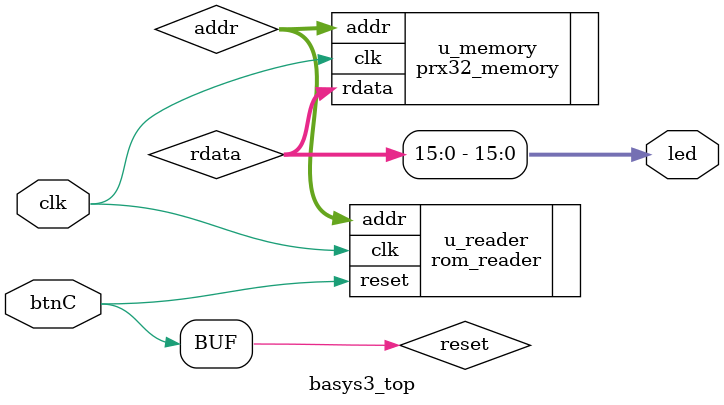
<source format=sv>

`default_nettype none

module basys3_top (
    input  wire logic        clk,      // Basys3 W5 (100MHz)
    input  wire logic        btnC,     // Center Button (Reset)
    output      logic [15:0] led       // User LEDs
);

    // ---------------------------------------------------------
    // 内部信号定義
    // ---------------------------------------------------------
    logic [31:0] addr;      // Address bus from rom_reader to memory
    logic [31:0] rdata;     // Read data from memory
    logic        reset;     // Internal reset signal

    // ---------------------------------------------------------
    // リセット処理
    // ---------------------------------------------------------
    // リセットはボタン入力 (アクティブハイ) をそのまま使用
    assign reset = btnC;

    // ---------------------------------------------------------
    // モジュール接続
    // ---------------------------------------------------------
    
    // 1. アドレス生成 (ダミーCPU)
    rom_reader u_reader (
        .clk   (clk),
        .reset (reset),
        .addr  (addr)
    );

    // 2. メモリ (命令/データ保持)
    prx32_memory u_memory (
        .clk   (clk),
        .addr  (addr),
        .rdata (rdata)
    );

    // ---------------------------------------------------------
    // 3. LED出力
    // ---------------------------------------------------------
    // 読み出した32bitデータの下位16bitをLEDに表示
    assign led = rdata[15:0];

endmodule

`default_nettype wire

</source>
